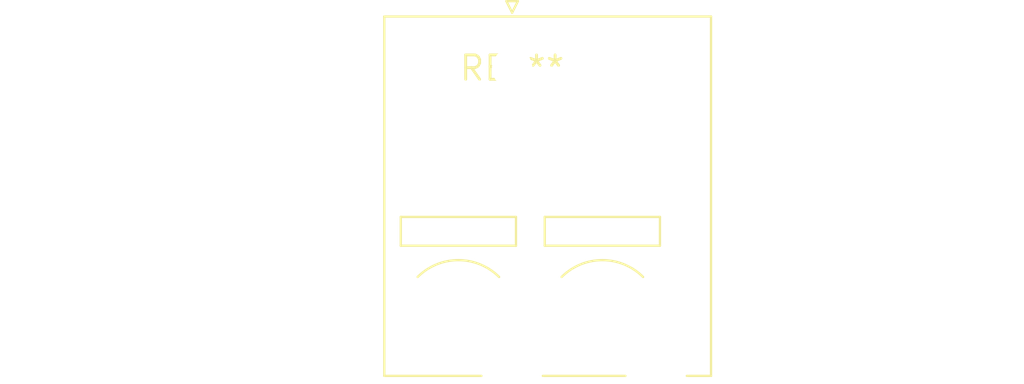
<source format=kicad_pcb>
(kicad_pcb (version 20240108) (generator pcbnew)
  (layers (0 "F.Cu" signal) (31 "B.Cu" signal) (34 "B.Paste" user) (35 "F.Paste" user) (36 "B.SilkS" user "B.Silkscreen") (37 "F.SilkS" user "F.Silkscreen") (38 "B.Mask" user) (39 "F.Mask" user) (44 "Edge.Cuts" user))
  (net 0 "")
  (footprint "PhoenixContact_SPT_5_2-V-7.5_1x02_P7.5mm_Vertical" (layer "F.Cu") (at 0 0)
    (property "Reference" "REF**")
    (property "Value" "PhoenixContact_SPT_5_2-V-7.5_1x02_P7.5mm_Vertical")
    (fp_line (start -6.66 -2.69) (end 10.36 -2.69) (layer "F.SilkS") (stroke (width 0.12)))
    (fp_line (start -6.66 16.03) (end -6.66 -2.69) (layer "F.SilkS") (stroke (width 0.12)))
    (fp_line (start -6.66 16.03) (end -1.6 16.03) (layer "F.SilkS") (stroke (width 0.12)))
    (fp_line (start -5.8 7.75) (end -5.8 9.25) (layer "F.SilkS") (stroke (width 0.12)))
    (fp_line (start -5.8 9.25) (end 0.2 9.25) (layer "F.SilkS") (stroke (width 0.12)))
    (fp_line (start -0.3 -3.49) (end 0 -2.89) (layer "F.SilkS") (stroke (width 0.12)))
    (fp_line (start -0.3 -3.49) (end 0.3 -3.49) (layer "F.SilkS") (stroke (width 0.12)))
    (fp_line (start 0.2 7.75) (end -5.8 7.75) (layer "F.SilkS") (stroke (width 0.12)))
    (fp_line (start 0.2 9.25) (end 0.2 7.75) (layer "F.SilkS") (stroke (width 0.12)))
    (fp_line (start 0.3 -3.49) (end 0 -2.89) (layer "F.SilkS") (stroke (width 0.12)))
    (fp_line (start 1.6 16.03) (end 5.9 16.03) (layer "F.SilkS") (stroke (width 0.12)))
    (fp_line (start 1.7 7.75) (end 1.7 9.25) (layer "F.SilkS") (stroke (width 0.12)))
    (fp_line (start 1.7 9.25) (end 7.7 9.25) (layer "F.SilkS") (stroke (width 0.12)))
    (fp_line (start 7.7 7.75) (end 1.7 7.75) (layer "F.SilkS") (stroke (width 0.12)))
    (fp_line (start 7.7 9.25) (end 7.7 7.75) (layer "F.SilkS") (stroke (width 0.12)))
    (fp_line (start 9.1 16.03) (end 10.36 16.03) (layer "F.SilkS") (stroke (width 0.12)))
    (fp_line (start 10.36 -2.69) (end 10.36 16.03) (layer "F.SilkS") (stroke (width 0.12)))
    (fp_arc (start -4.92132 10.87868) (mid -2.8 10) (end -0.67868 10.87868) (layer "F.SilkS") (stroke (width 0.12)))
    (fp_arc (start 2.57868 10.87868) (mid 4.7 10) (end 6.82132 10.87868) (layer "F.SilkS") (stroke (width 0.12)))
    (pad "1" thru_hole roundrect (at 0 0) (size 2.8 4.3) (drill 2.1) (layers *.Cu *.Mask) (remove_unused_layers) (roundrect_rratio 0.089286))
    (pad "1" thru_hole roundrect (at 0 14) (size 2.8 4.3) (drill 2.1) (layers *.Cu *.Mask) (remove_unused_layers) (roundrect_rratio 0.089286))
    (pad "2" thru_hole oval (at 7.5 0) (size 2.8 4.3) (drill 2.1) (layers *.Cu *.Mask) (remove_unused_layers))
    (pad "2" thru_hole oval (at 7.5 14) (size 2.8 4.3) (drill 2.1) (layers *.Cu *.Mask) (remove_unused_layers))
  )
)
</source>
